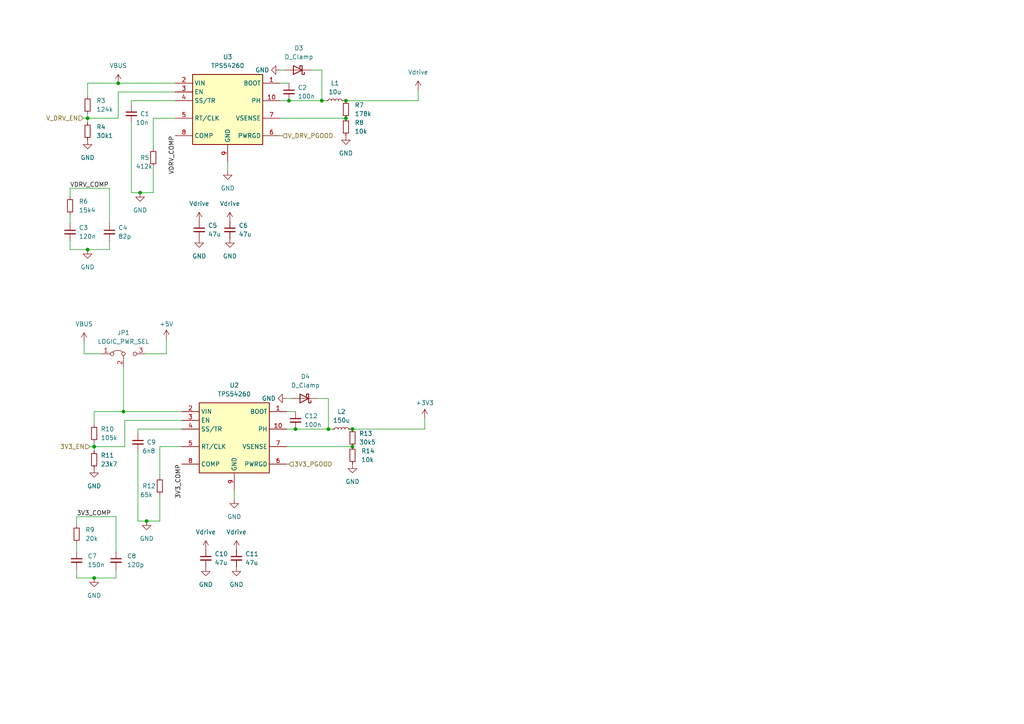
<source format=kicad_sch>
(kicad_sch (version 20230121) (generator eeschema)
  (paper "A4")
  (lib_symbols
    (symbol "Device:C_Small" (pin_numbers hide) (pin_names (offset 0.254) hide)
      (property "Reference" "C" (at 0.254 1.778 0))
      (property "Value" "C_Small" (at 0.254 -2.032 0))
      (symbol "C_Small_0_1"
        (polyline (pts (xy -1.524 -0.508) (xy 1.524 -0.508)) (stroke (width 0.3302)))
        (polyline (pts (xy -1.524 0.508) (xy 1.524 0.508)) (stroke (width 0.3048)))
      )
      (symbol "C_Small_1_1"
        (pin passive line (at 0 2.54 270) (length 2.032) (name "~") (number "1"))
        (pin passive line (at 0 -2.54 90) (length 2.032) (name "~") (number "2"))
      )
    )
    (symbol "Device:D_Schottky" (pin_numbers hide) (pin_names (offset 1.016) hide)
      (property "Reference" "D" (at 0 2.54 0))
      (property "Value" "D_Schottky" (at 0 -2.54 0))
      (symbol "D_Schottky_0_1"
        (polyline (pts (xy 1.27 0) (xy -1.27 0)))
        (polyline (pts (xy 1.27 1.27) (xy 1.27 -1.27) (xy -1.27 0) (xy 1.27 1.27)) (stroke (width 0.254)))
        (polyline (pts (xy -1.905 0.635) (xy -1.905 1.27) (xy -1.27 1.27) (xy -1.27 -1.27) (xy -0.635 -1.27) (xy -0.635 -0.635)) (stroke (width 0.254)))
      )
      (symbol "D_Schottky_1_1"
        (pin passive line (at -3.81 0 0) (length 2.54) (name "K") (number "1"))
        (pin passive line (at 3.81 0 180) (length 2.54) (name "A") (number "2"))
      )
    )
    (symbol "Device:L_Small" (pin_numbers hide) (pin_names (offset 0.254) hide)
      (property "Reference" "L" (at 0.762 1.016 0))
      (property "Value" "L_Small" (at 0.762 -1.016 0))
      (symbol "L_Small_0_1"
        (arc (start 0 -2.032) (mid 0.5058 -1.524) (end 0 -1.016))
        (arc (start 0 -1.016) (mid 0.5058 -0.508) (end 0 0))
        (arc (start 0 0) (mid 0.5058 0.508) (end 0 1.016))
        (arc (start 0 1.016) (mid 0.5058 1.524) (end 0 2.032))
      )
      (symbol "L_Small_1_1"
        (pin passive line (at 0 2.54 270) (length 0.508) (name "~") (number "1"))
        (pin passive line (at 0 -2.54 90) (length 0.508) (name "~") (number "2"))
      )
    )
    (symbol "Device:R_Small" (pin_numbers hide) (pin_names (offset 0.254) hide)
      (property "Reference" "R" (at 0.762 0.508 0))
      (property "Value" "R_Small" (at 0.762 -1.016 0))
      (symbol "R_Small_0_1"
        (rectangle (start -0.762 1.778) (end 0.762 -1.778) (stroke (width 0.2032)))
      )
      (symbol "R_Small_1_1"
        (pin passive line (at 0 2.54 270) (length 0.762) (name "~") (number "1"))
        (pin passive line (at 0 -2.54 90) (length 0.762) (name "~") (number "2"))
      )
    )
    (symbol "Jumper:Jumper_3_Bridged12" (pin_names (offset 0) hide)
      (property "Reference" "JP" (at -2.54 -2.54 0))
      (property "Value" "Jumper_3_Bridged12" (at 0 2.794 0))
      (symbol "Jumper_3_Bridged12_0_0"
        (circle (center -3.302 0) (radius 0.508))
        (circle (center 0 0) (radius 0.508))
        (circle (center 3.302 0) (radius 0.508))
      )
      (symbol "Jumper_3_Bridged12_0_1"
        (arc (start -0.254 0.508) (mid -1.651 0.9912) (end -3.048 0.508))
        (polyline (pts (xy 0 -1.27) (xy 0 -0.508)))
      )
      (symbol "Jumper_3_Bridged12_1_1"
        (pin passive line (at -6.35 0 0) (length 2.54) (name "A") (number "1"))
        (pin passive line (at 0 -3.81 90) (length 2.54) (name "C") (number "2"))
        (pin passive line (at 6.35 0 180) (length 2.54) (name "B") (number "3"))
      )
    )
    (symbol "Missing_Symbols:TPS54260"
      (property "Reference" "U" (at -7.62 11.43 0))
      (property "Value" "TPS54260" (at 10.16 11.43 0))
      (symbol "TPS54260_0_1"
        (rectangle (start -10.16 10.16) (end 10.16 -10.16) (stroke (width 0.254)) (fill (type background)))
      )
      (symbol "TPS54260_1_1"
        (pin passive line (at 15.24 7.62 180) (length 5.08) (name "BOOT") (number "1"))
        (pin power_out line (at 15.24 2.54 180) (length 5.08) (name "PH") (number "10"))
        (pin passive line (at 0 -15.24 90) (length 5.08) hide (name "GND") (number "11"))
        (pin power_in line (at -15.24 7.62 0) (length 5.08) (name "VIN") (number "2"))
        (pin input line (at -15.24 5.08 0) (length 5.08) (name "EN") (number "3"))
        (pin input line (at -15.24 2.54 0) (length 5.08) (name "SS/TR") (number "4"))
        (pin passive line (at -15.24 -2.54 0) (length 5.08) (name "RT/CLK") (number "5"))
        (pin open_collector line (at 15.24 -7.62 180) (length 5.08) (name "PWRGD") (number "6"))
        (pin input line (at 15.24 -2.54 180) (length 5.08) (name "VSENSE") (number "7"))
        (pin output line (at -15.24 -7.62 0) (length 5.08) (name "COMP") (number "8"))
        (pin power_in line (at 0 -15.24 90) (length 5.08) (name "GND") (number "9"))
      )
    )
    (symbol "power:+3V3" (power) (pin_names (offset 0))
      (property "Value" "+3V3" (at 0 3.556 0))
      (symbol "+3V3_0_1"
        (polyline (pts (xy -0.762 1.27) (xy 0 2.54)))
        (polyline (pts (xy 0 0) (xy 0 2.54)))
        (polyline (pts (xy 0 2.54) (xy 0.762 1.27)))
      )
      (symbol "+3V3_1_1"
        (pin power_in line (at 0 0 90) (length 0) hide (name "+3V3") (number "1"))
      )
    )
    (symbol "power:+5V" (power) (pin_names (offset 0))
      (property "Value" "+5V" (at 0 3.556 0))
      (symbol "+5V_0_1"
        (polyline (pts (xy -0.762 1.27) (xy 0 2.54)))
        (polyline (pts (xy 0 0) (xy 0 2.54)))
        (polyline (pts (xy 0 2.54) (xy 0.762 1.27)))
      )
      (symbol "+5V_1_1"
        (pin power_in line (at 0 0 90) (length 0) hide (name "+5V") (number "1"))
      )
    )
    (symbol "power:GND" (power) (pin_names (offset 0))
      (property "Value" "GND" (at 0 -3.81 0))
      (symbol "GND_0_1"
        (polyline (pts (xy 0 0) (xy 0 -1.27) (xy 1.27 -1.27) (xy 0 -2.54) (xy -1.27 -1.27) (xy 0 -1.27)))
      )
      (symbol "GND_1_1"
        (pin power_in line (at 0 0 270) (length 0) hide (name "GND") (number "1"))
      )
    )
    (symbol "power:VBUS" (power) (pin_names (offset 0))
      (property "Value" "VBUS" (at 0 3.81 0))
      (symbol "VBUS_0_1"
        (polyline (pts (xy -0.762 1.27) (xy 0 2.54)))
        (polyline (pts (xy 0 0) (xy 0 2.54)))
        (polyline (pts (xy 0 2.54) (xy 0.762 1.27)))
      )
      (symbol "VBUS_1_1"
        (pin power_in line (at 0 0 90) (length 0) hide (name "VBUS") (number "1"))
      )
    )
    (symbol "power:Vdrive" (power) (pin_names (offset 0))
      (property "Value" "Vdrive" (at 0 3.81 0))
      (symbol "Vdrive_0_1"
        (polyline (pts (xy -0.762 1.27) (xy 0 2.54)))
        (polyline (pts (xy 0 0) (xy 0 2.54)))
        (polyline (pts (xy 0 2.54) (xy 0.762 1.27)))
      )
      (symbol "Vdrive_1_1"
        (pin power_in line (at 0 0 90) (length 0) hide (name "Vdrive") (number "1"))
      )
    )
  )
  (junction (at 34.29 24.13))
  (junction (at 35.814 119.38))
  (junction (at 100.33 34.29))
  (junction (at 40.64 55.88))
  (junction (at 42.545 151.13))
  (junction (at 93.345 29.21))
  (junction (at 85.725 124.46))
  (junction (at 102.235 129.54))
  (junction (at 25.4 72.39))
  (junction (at 25.4 34.29))
  (junction (at 27.305 129.54))
  (junction (at 100.33 29.21))
  (junction (at 102.235 124.46))
  (junction (at 27.305 167.64))
  (junction (at 83.82 29.21))
  (junction (at 95.25 124.46))
  (wire (pts (xy 81.915 39.37) (xy 81.28 39.37)))
  (wire (pts (xy 83.82 29.21) (xy 93.345 29.21)))
  (wire (pts (xy 81.28 24.13) (xy 83.82 24.13)))
  (wire (pts (xy 102.235 124.46) (xy 123.19 124.46)))
  (wire (pts (xy 25.4 72.39) (xy 31.75 72.39)))
  (wire (pts (xy 100.33 29.21) (xy 99.695 29.21)))
  (wire (pts (xy 27.305 129.54) (xy 36.195 129.54)))
  (wire (pts (xy 27.305 119.38) (xy 27.305 123.19)))
  (wire (pts (xy 38.1 30.48) (xy 38.1 29.21)))
  (wire (pts (xy 22.225 165.1) (xy 22.225 167.64)))
  (wire (pts (xy 24.384 102.616) (xy 29.464 102.616)))
  (wire (pts (xy 121.285 26.035) (xy 121.285 29.21)))
  (wire (pts (xy 90.17 20.32) (xy 93.345 20.32)))
  (wire (pts (xy 102.235 124.46) (xy 101.6 124.46)))
  (wire (pts (xy 22.225 167.64) (xy 27.305 167.64)))
  (wire (pts (xy 83.82 134.62) (xy 83.185 134.62)))
  (wire (pts (xy 35.814 119.38) (xy 35.814 106.426)))
  (wire (pts (xy 66.04 46.99) (xy 66.04 49.53)))
  (wire (pts (xy 27.305 167.64) (xy 33.655 167.64)))
  (wire (pts (xy 25.4 34.29) (xy 34.29 34.29)))
  (wire (pts (xy 22.225 149.86) (xy 22.225 152.4)))
  (wire (pts (xy 34.29 24.13) (xy 25.4 24.13)))
  (wire (pts (xy 25.4 34.29) (xy 25.4 35.56)))
  (wire (pts (xy 95.25 115.57) (xy 95.25 124.46)))
  (wire (pts (xy 40.005 130.81) (xy 40.005 151.13)))
  (wire (pts (xy 35.814 119.38) (xy 52.705 119.38)))
  (wire (pts (xy 25.4 33.02) (xy 25.4 34.29)))
  (wire (pts (xy 123.19 121.285) (xy 123.19 124.46)))
  (wire (pts (xy 67.945 142.24) (xy 67.945 144.78)))
  (wire (pts (xy 52.705 129.54) (xy 46.355 129.54)))
  (wire (pts (xy 93.345 20.32) (xy 93.345 29.21)))
  (wire (pts (xy 20.32 72.39) (xy 25.4 72.39)))
  (wire (pts (xy 38.1 29.21) (xy 50.8 29.21)))
  (wire (pts (xy 92.075 115.57) (xy 95.25 115.57)))
  (wire (pts (xy 33.655 149.86) (xy 33.655 160.02)))
  (wire (pts (xy 100.33 29.21) (xy 121.285 29.21)))
  (wire (pts (xy 26.035 129.54) (xy 27.305 129.54)))
  (wire (pts (xy 83.185 115.57) (xy 84.455 115.57)))
  (wire (pts (xy 40.64 55.88) (xy 44.45 55.88)))
  (wire (pts (xy 31.75 54.61) (xy 31.75 64.77)))
  (wire (pts (xy 20.32 69.85) (xy 20.32 72.39)))
  (wire (pts (xy 83.185 129.54) (xy 102.235 129.54)))
  (wire (pts (xy 24.13 34.29) (xy 25.4 34.29)))
  (wire (pts (xy 33.655 167.64) (xy 33.655 165.1)))
  (wire (pts (xy 31.75 54.61) (xy 20.32 54.61)))
  (wire (pts (xy 20.32 54.61) (xy 20.32 57.15)))
  (wire (pts (xy 81.28 20.32) (xy 82.55 20.32)))
  (wire (pts (xy 34.29 24.13) (xy 50.8 24.13)))
  (wire (pts (xy 48.26 102.616) (xy 42.164 102.616)))
  (wire (pts (xy 93.345 29.21) (xy 94.615 29.21)))
  (wire (pts (xy 81.28 29.21) (xy 83.82 29.21)))
  (wire (pts (xy 27.305 128.27) (xy 27.305 129.54)))
  (wire (pts (xy 40.005 125.73) (xy 40.005 124.46)))
  (wire (pts (xy 40.005 124.46) (xy 52.705 124.46)))
  (wire (pts (xy 31.75 72.39) (xy 31.75 69.85)))
  (wire (pts (xy 34.29 34.29) (xy 34.29 26.67)))
  (wire (pts (xy 22.225 157.48) (xy 22.225 160.02)))
  (wire (pts (xy 38.1 55.88) (xy 40.64 55.88)))
  (wire (pts (xy 46.355 129.54) (xy 46.355 138.43)))
  (wire (pts (xy 46.355 151.13) (xy 46.355 143.51)))
  (wire (pts (xy 36.195 121.92) (xy 52.705 121.92)))
  (wire (pts (xy 83.185 119.38) (xy 85.725 119.38)))
  (wire (pts (xy 83.185 124.46) (xy 85.725 124.46)))
  (wire (pts (xy 27.305 129.54) (xy 27.305 130.81)))
  (wire (pts (xy 44.45 34.29) (xy 44.45 43.18)))
  (wire (pts (xy 50.8 34.29) (xy 44.45 34.29)))
  (wire (pts (xy 40.005 151.13) (xy 42.545 151.13)))
  (wire (pts (xy 95.25 124.46) (xy 96.52 124.46)))
  (wire (pts (xy 44.45 55.88) (xy 44.45 48.26)))
  (wire (pts (xy 42.545 151.13) (xy 46.355 151.13)))
  (wire (pts (xy 81.28 34.29) (xy 100.33 34.29)))
  (wire (pts (xy 85.725 124.46) (xy 95.25 124.46)))
  (wire (pts (xy 24.384 99.06) (xy 24.384 102.616)))
  (wire (pts (xy 38.1 35.56) (xy 38.1 55.88)))
  (wire (pts (xy 34.29 26.67) (xy 50.8 26.67)))
  (wire (pts (xy 33.655 149.86) (xy 22.225 149.86)))
  (wire (pts (xy 48.26 98.298) (xy 48.26 102.616)))
  (wire (pts (xy 20.32 62.23) (xy 20.32 64.77)))
  (wire (pts (xy 36.195 129.54) (xy 36.195 121.92)))
  (wire (pts (xy 25.4 24.13) (xy 25.4 27.94)))
  (wire (pts (xy 27.305 119.38) (xy 35.814 119.38)))
  (label "VDRV_COMP" (at 50.8 39.37 270))
  (label "3V3_COMP" (at 52.705 134.62 270))
  (label "3V3_COMP" (at 22.225 149.86 0))
  (label "VDRV_COMP" (at 20.32 54.61 0))
  (hierarchical_label "V_DRV_PGOOD" (shape input) (at 81.915 39.37 0))
  (hierarchical_label "3V3_EN" (shape input) (at 26.035 129.54 180))
  (hierarchical_label "3V3_PGOOD" (shape input) (at 83.82 134.62 0))
  (hierarchical_label "V_DRV_EN" (shape input) (at 24.13 34.29 180))
  (symbol (lib_id "Missing_Symbols:TPS54260") (at 67.945 127 0) (unit 1)
    (property "Reference" "U2" (at 67.945 111.76 0))
    (property "Value" "TPS54260" (at 67.945 114.3 0))
    (property "Footprint" "Package_SO:MSOP-10-1EP_3x3mm_P0.5mm_EP1.68x1.88mm" (effects hide))
    (property "Datasheet" "https://www.ti.com/lit/ds/symlink/tps54260.pdf" (effects hide))
    (property "LCSC" "C51800" (effects hide))
  )
  (symbol (lib_id "Device:C_Small") (at 33.655 162.56 0) (unit 1)
    (property "Reference" "C8" (at 36.83 161.2963 0) (effects (justify left)))
    (property "Value" "120p" (at 36.83 163.8363 0) (effects (justify left)))
  )
  (symbol (lib_id "power:+5V") (at 48.26 98.298 0) (unit 1)
    (property "Reference" "#PWR031" (effects hide))
    (property "Value" "+5V" (at 48.26 93.98 0))
  )
  (symbol (lib_id "power:VBUS") (at 34.29 24.13 0) (unit 1)
    (property "Reference" "#PWR03" (effects hide))
    (property "Value" "VBUS" (at 34.29 19.05 0))
  )
  (symbol (lib_id "power:GND") (at 67.945 144.78 0) (unit 1)
    (property "Reference" "#PWR025" (effects hide))
    (property "Value" "GND" (at 67.945 149.86 0))
  )
  (symbol (lib_id "power:VBUS") (at 24.384 99.06 0) (unit 1)
    (property "Reference" "#PWR021" (effects hide))
    (property "Value" "VBUS" (at 24.384 93.98 0))
  )
  (symbol (lib_id "power:Vdrive") (at 66.675 64.135 0) (unit 1)
    (property "Reference" "#PWR015" (effects hide))
    (property "Value" "Vdrive" (at 66.675 59.055 0))
  )
  (symbol (lib_id "Jumper:Jumper_3_Bridged12") (at 35.814 102.616 0) (unit 1)
    (property "Reference" "JP1" (at 35.814 96.52 0))
    (property "Value" "LOGIC_PWR_SEL" (at 35.814 99.06 0))
  )
  (symbol (lib_id "power:GND") (at 68.58 164.465 0) (unit 1)
    (property "Reference" "#PWR027" (effects hide))
    (property "Value" "GND" (at 68.58 169.545 0))
  )
  (symbol (lib_id "power:+3V3") (at 123.19 121.285 0) (unit 1)
    (property "Reference" "#PWR030" (effects hide))
    (property "Value" "+3V3" (at 123.19 116.84 0))
  )
  (symbol (lib_id "Device:R_Small") (at 25.4 38.1 0) (unit 1)
    (property "Reference" "R4" (at 27.94 36.83 0) (effects (justify left)))
    (property "Value" "30k1" (at 27.94 39.37 0) (effects (justify left)))
  )
  (symbol (lib_id "Device:C_Small") (at 66.675 66.675 0) (unit 1)
    (property "Reference" "C6" (at 69.215 65.4113 0) (effects (justify left)))
    (property "Value" "47u" (at 69.215 67.9513 0) (effects (justify left)))
  )
  (symbol (lib_id "Device:C_Small") (at 40.005 128.27 0) (unit 1)
    (property "Reference" "C9" (at 42.545 128.27 0) (effects (justify left)))
    (property "Value" "6n8" (at 41.275 130.81 0) (effects (justify left)))
  )
  (symbol (lib_id "power:Vdrive") (at 68.58 159.385 0) (unit 1)
    (property "Reference" "#PWR026" (effects hide))
    (property "Value" "Vdrive" (at 68.58 154.305 0))
  )
  (symbol (lib_id "Device:C_Small") (at 22.225 162.56 0) (unit 1)
    (property "Reference" "C7" (at 25.4 161.2963 0) (effects (justify left)))
    (property "Value" "150n" (at 25.4 163.8363 0) (effects (justify left)))
  )
  (symbol (lib_id "power:GND") (at 27.305 167.64 0) (unit 1)
    (property "Reference" "#PWR020" (effects hide))
    (property "Value" "GND" (at 27.305 172.72 0))
  )
  (symbol (lib_id "Device:R_Small") (at 100.33 31.75 0) (unit 1)
    (property "Reference" "R7" (at 102.87 30.48 0) (effects (justify left)))
    (property "Value" "178k" (at 102.87 33.02 0) (effects (justify left)))
  )
  (symbol (lib_id "Device:D_Schottky") (at 88.265 115.57 180) (unit 1)
    (property "Reference" "D4" (at 88.5825 109.22 0))
    (property "Value" "D_Clamp" (at 88.5825 111.76 0))
  )
  (symbol (lib_id "Device:D_Schottky") (at 86.36 20.32 180) (unit 1)
    (property "Reference" "D3" (at 86.6775 13.97 0))
    (property "Value" "D_Clamp" (at 86.6775 16.51 0))
  )
  (symbol (lib_id "power:GND") (at 83.185 115.57 270) (unit 1)
    (property "Reference" "#PWR028" (effects hide))
    (property "Value" "GND" (at 80.01 115.57 90) (effects (justify right)))
  )
  (symbol (lib_id "Device:R_Small") (at 102.235 127 0) (unit 1)
    (property "Reference" "R13" (at 104.14 125.73 0) (effects (justify left)))
    (property "Value" "30k5" (at 104.14 128.27 0) (effects (justify left)))
  )
  (symbol (lib_id "Device:L_Small") (at 99.06 124.46 90) (unit 1)
    (property "Reference" "L2" (at 99.06 119.38 90))
    (property "Value" "150u" (at 99.06 121.92 90))
  )
  (symbol (lib_id "Device:R_Small") (at 22.225 154.94 0) (unit 1)
    (property "Reference" "R9" (at 24.765 153.67 0) (effects (justify left)))
    (property "Value" "20k" (at 24.765 156.21 0) (effects (justify left)))
  )
  (symbol (lib_id "power:Vdrive") (at 121.285 26.035 0) (unit 1)
    (property "Reference" "#PWR04" (effects hide))
    (property "Value" "Vdrive" (at 121.285 20.955 0))
  )
  (symbol (lib_id "Device:R_Small") (at 25.4 30.48 0) (unit 1)
    (property "Reference" "R3" (at 27.94 29.21 0) (effects (justify left)))
    (property "Value" "124k" (at 27.94 31.75 0) (effects (justify left)))
  )
  (symbol (lib_id "Device:C_Small") (at 31.75 67.31 0) (unit 1)
    (property "Reference" "C4" (at 34.29 66.0463 0) (effects (justify left)))
    (property "Value" "82p" (at 34.29 68.5863 0) (effects (justify left)))
  )
  (symbol (lib_id "power:GND") (at 66.04 49.53 0) (unit 1)
    (property "Reference" "#PWR010" (effects hide))
    (property "Value" "GND" (at 66.04 54.61 0))
  )
  (symbol (lib_id "power:GND") (at 81.28 20.32 270) (unit 1)
    (property "Reference" "#PWR017" (effects hide))
    (property "Value" "GND" (at 78.105 20.32 90) (effects (justify right)))
  )
  (symbol (lib_id "Device:C_Small") (at 38.1 33.02 0) (unit 1)
    (property "Reference" "C1" (at 40.64 33.02 0) (effects (justify left)))
    (property "Value" "10n" (at 39.37 35.56 0) (effects (justify left)))
  )
  (symbol (lib_id "Device:R_Small") (at 100.33 36.83 0) (unit 1)
    (property "Reference" "R8" (at 102.87 35.56 0) (effects (justify left)))
    (property "Value" "10k" (at 102.87 38.1 0) (effects (justify left)))
  )
  (symbol (lib_id "power:GND") (at 40.64 55.88 0) (unit 1)
    (property "Reference" "#PWR011" (effects hide))
    (property "Value" "GND" (at 40.64 60.96 0))
  )
  (symbol (lib_id "Device:C_Small") (at 85.725 121.92 0) (unit 1)
    (property "Reference" "C12" (at 88.265 120.6563 0) (effects (justify left)))
    (property "Value" "100n" (at 88.265 123.1963 0) (effects (justify left)))
  )
  (symbol (lib_id "Device:C_Small") (at 83.82 26.67 0) (unit 1)
    (property "Reference" "C2" (at 86.36 25.4063 0) (effects (justify left)))
    (property "Value" "100n" (at 86.36 27.9463 0) (effects (justify left)))
  )
  (symbol (lib_id "Device:C_Small") (at 57.785 66.675 0) (unit 1)
    (property "Reference" "C5" (at 60.325 65.4113 0) (effects (justify left)))
    (property "Value" "47u" (at 60.325 67.9513 0) (effects (justify left)))
  )
  (symbol (lib_id "power:GND") (at 25.4 72.39 0) (unit 1)
    (property "Reference" "#PWR012" (effects hide))
    (property "Value" "GND" (at 25.4 77.47 0))
  )
  (symbol (lib_id "Device:C_Small") (at 68.58 161.925 0) (unit 1)
    (property "Reference" "C11" (at 71.12 160.6613 0) (effects (justify left)))
    (property "Value" "47u" (at 71.12 163.2013 0) (effects (justify left)))
  )
  (symbol (lib_id "power:GND") (at 100.33 39.37 0) (unit 1)
    (property "Reference" "#PWR018" (effects hide))
    (property "Value" "GND" (at 100.33 44.45 0))
  )
  (symbol (lib_id "power:GND") (at 25.4 40.64 0) (unit 1)
    (property "Reference" "#PWR09" (effects hide))
    (property "Value" "GND" (at 25.4 45.72 0))
  )
  (symbol (lib_id "power:GND") (at 59.69 164.465 0) (unit 1)
    (property "Reference" "#PWR024" (effects hide))
    (property "Value" "GND" (at 59.69 169.545 0))
  )
  (symbol (lib_id "power:GND") (at 57.785 69.215 0) (unit 1)
    (property "Reference" "#PWR014" (effects hide))
    (property "Value" "GND" (at 57.785 74.295 0))
  )
  (symbol (lib_id "Device:R_Small") (at 44.45 45.72 180) (unit 1)
    (property "Reference" "R5" (at 40.64 45.72 0) (effects (justify right)))
    (property "Value" "412k" (at 39.37 48.26 0) (effects (justify right)))
  )
  (symbol (lib_id "power:GND") (at 27.305 135.89 0) (unit 1)
    (property "Reference" "#PWR019" (effects hide))
    (property "Value" "GND" (at 27.305 140.97 0))
  )
  (symbol (lib_id "power:GND") (at 42.545 151.13 0) (unit 1)
    (property "Reference" "#PWR022" (effects hide))
    (property "Value" "GND" (at 42.545 156.21 0))
  )
  (symbol (lib_id "Device:C_Small") (at 20.32 67.31 0) (unit 1)
    (property "Reference" "C3" (at 22.86 66.0463 0) (effects (justify left)))
    (property "Value" "120n" (at 22.86 68.5863 0) (effects (justify left)))
  )
  (symbol (lib_id "power:GND") (at 102.235 134.62 0) (unit 1)
    (property "Reference" "#PWR029" (effects hide))
    (property "Value" "GND" (at 102.235 139.7 0))
  )
  (symbol (lib_id "power:Vdrive") (at 59.69 159.385 0) (unit 1)
    (property "Reference" "#PWR023" (effects hide))
    (property "Value" "Vdrive" (at 59.69 154.305 0))
  )
  (symbol (lib_id "Device:R_Small") (at 46.355 140.97 180) (unit 1)
    (property "Reference" "R12" (at 41.275 140.97 0) (effects (justify right)))
    (property "Value" "65k" (at 40.64 143.51 0) (effects (justify right)))
  )
  (symbol (lib_id "Device:R_Small") (at 27.305 125.73 0) (unit 1)
    (property "Reference" "R10" (at 29.21 124.46 0) (effects (justify left)))
    (property "Value" "105k" (at 29.21 127 0) (effects (justify left)))
  )
  (symbol (lib_id "Device:L_Small") (at 97.155 29.21 90) (unit 1)
    (property "Reference" "L1" (at 97.155 24.13 90))
    (property "Value" "10u" (at 97.155 26.67 90))
  )
  (symbol (lib_id "Missing_Symbols:TPS54260") (at 66.04 31.75 0) (unit 1)
    (property "Reference" "U3" (at 66.04 16.51 0))
    (property "Value" "TPS54260" (at 66.04 19.05 0))
    (property "Footprint" "Package_SO:MSOP-10-1EP_3x3mm_P0.5mm_EP1.68x1.88mm" (effects hide))
    (property "Datasheet" "https://www.ti.com/lit/ds/symlink/tps54260.pdf" (effects hide))
    (property "LCSC" "C51800" (effects hide))
  )
  (symbol (lib_id "Device:R_Small") (at 102.235 132.08 0) (unit 1)
    (property "Reference" "R14" (at 104.775 130.81 0) (effects (justify left)))
    (property "Value" "10k" (at 104.775 133.35 0) (effects (justify left)))
  )
  (symbol (lib_id "Device:R_Small") (at 20.32 59.69 0) (unit 1)
    (property "Reference" "R6" (at 22.86 58.42 0) (effects (justify left)))
    (property "Value" "15k4" (at 22.86 60.96 0) (effects (justify left)))
  )
  (symbol (lib_id "power:GND") (at 66.675 69.215 0) (unit 1)
    (property "Reference" "#PWR016" (effects hide))
    (property "Value" "GND" (at 66.675 74.295 0))
  )
  (symbol (lib_id "power:Vdrive") (at 57.785 64.135 0) (unit 1)
    (property "Reference" "#PWR013" (effects hide))
    (property "Value" "Vdrive" (at 57.785 59.055 0))
  )
  (symbol (lib_id "Device:C_Small") (at 59.69 161.925 0) (unit 1)
    (property "Reference" "C10" (at 62.23 160.6613 0) (effects (justify left)))
    (property "Value" "47u" (at 62.23 163.2013 0) (effects (justify left)))
  )
  (symbol (lib_id "Device:R_Small") (at 27.305 133.35 0) (unit 1)
    (property "Reference" "R11" (at 29.21 132.08 0) (effects (justify left)))
    (property "Value" "23k7" (at 29.21 134.62 0) (effects (justify left)))
  )
)
</source>
